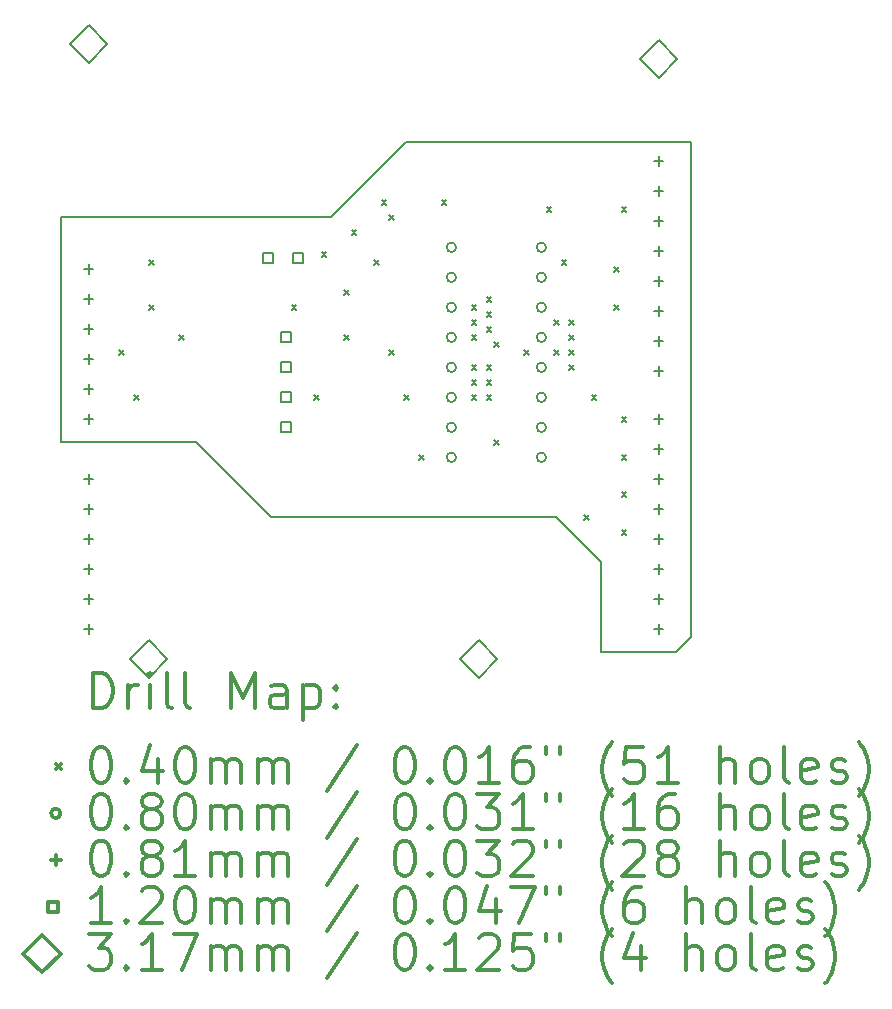
<source format=gbr>
%FSLAX45Y45*%
G04 Gerber Fmt 4.5, Leading zero omitted, Abs format (unit mm)*
G04 Created by KiCad (PCBNEW 4.0.6) date Wed Jun 28 23:40:58 2017*
%MOMM*%
%LPD*%
G01*
G04 APERTURE LIST*
%ADD10C,0.127000*%
%ADD11C,0.150000*%
%ADD12C,0.200000*%
%ADD13C,0.300000*%
G04 APERTURE END LIST*
D10*
D11*
X15494000Y-8255000D02*
X15494000Y-10160000D01*
X17780000Y-8255000D02*
X15494000Y-8255000D01*
X18415000Y-7620000D02*
X17780000Y-8255000D01*
X20828000Y-7620000D02*
X18415000Y-7620000D01*
X20828000Y-11811000D02*
X20828000Y-7620000D01*
X20701000Y-11938000D02*
X20828000Y-11811000D01*
X20066000Y-11938000D02*
X20701000Y-11938000D01*
X20066000Y-11176000D02*
X20066000Y-11938000D01*
X19685000Y-10795000D02*
X20066000Y-11176000D01*
X17272000Y-10795000D02*
X19685000Y-10795000D01*
X16637000Y-10160000D02*
X17272000Y-10795000D01*
X15494000Y-10160000D02*
X16637000Y-10160000D01*
D12*
X15982000Y-9378000D02*
X16022000Y-9418000D01*
X16022000Y-9378000D02*
X15982000Y-9418000D01*
X16109000Y-9759000D02*
X16149000Y-9799000D01*
X16149000Y-9759000D02*
X16109000Y-9799000D01*
X16236000Y-8616000D02*
X16276000Y-8656000D01*
X16276000Y-8616000D02*
X16236000Y-8656000D01*
X16236000Y-8997000D02*
X16276000Y-9037000D01*
X16276000Y-8997000D02*
X16236000Y-9037000D01*
X16490000Y-9251000D02*
X16530000Y-9291000D01*
X16530000Y-9251000D02*
X16490000Y-9291000D01*
X17442500Y-8997000D02*
X17482500Y-9037000D01*
X17482500Y-8997000D02*
X17442500Y-9037000D01*
X17633000Y-9759000D02*
X17673000Y-9799000D01*
X17673000Y-9759000D02*
X17633000Y-9799000D01*
X17696500Y-8552500D02*
X17736500Y-8592500D01*
X17736500Y-8552500D02*
X17696500Y-8592500D01*
X17887000Y-8870000D02*
X17927000Y-8910000D01*
X17927000Y-8870000D02*
X17887000Y-8910000D01*
X17887000Y-9251000D02*
X17927000Y-9291000D01*
X17927000Y-9251000D02*
X17887000Y-9291000D01*
X17950500Y-8362000D02*
X17990500Y-8402000D01*
X17990500Y-8362000D02*
X17950500Y-8402000D01*
X18141000Y-8616000D02*
X18181000Y-8656000D01*
X18181000Y-8616000D02*
X18141000Y-8656000D01*
X18204500Y-8108000D02*
X18244500Y-8148000D01*
X18244500Y-8108000D02*
X18204500Y-8148000D01*
X18268000Y-8235000D02*
X18308000Y-8275000D01*
X18308000Y-8235000D02*
X18268000Y-8275000D01*
X18268000Y-9378000D02*
X18308000Y-9418000D01*
X18308000Y-9378000D02*
X18268000Y-9418000D01*
X18395000Y-9759000D02*
X18435000Y-9799000D01*
X18435000Y-9759000D02*
X18395000Y-9799000D01*
X18522000Y-10267000D02*
X18562000Y-10307000D01*
X18562000Y-10267000D02*
X18522000Y-10307000D01*
X18712500Y-8108000D02*
X18752500Y-8148000D01*
X18752500Y-8108000D02*
X18712500Y-8148000D01*
X18966500Y-8997000D02*
X19006500Y-9037000D01*
X19006500Y-8997000D02*
X18966500Y-9037000D01*
X18966500Y-9124000D02*
X19006500Y-9164000D01*
X19006500Y-9124000D02*
X18966500Y-9164000D01*
X18966500Y-9251000D02*
X19006500Y-9291000D01*
X19006500Y-9251000D02*
X18966500Y-9291000D01*
X18966500Y-9505000D02*
X19006500Y-9545000D01*
X19006500Y-9505000D02*
X18966500Y-9545000D01*
X18966500Y-9632000D02*
X19006500Y-9672000D01*
X19006500Y-9632000D02*
X18966500Y-9672000D01*
X18966500Y-9759000D02*
X19006500Y-9799000D01*
X19006500Y-9759000D02*
X18966500Y-9799000D01*
X19093500Y-8933500D02*
X19133500Y-8973500D01*
X19133500Y-8933500D02*
X19093500Y-8973500D01*
X19093500Y-9060500D02*
X19133500Y-9100500D01*
X19133500Y-9060500D02*
X19093500Y-9100500D01*
X19093500Y-9187500D02*
X19133500Y-9227500D01*
X19133500Y-9187500D02*
X19093500Y-9227500D01*
X19093500Y-9505000D02*
X19133500Y-9545000D01*
X19133500Y-9505000D02*
X19093500Y-9545000D01*
X19093500Y-9632000D02*
X19133500Y-9672000D01*
X19133500Y-9632000D02*
X19093500Y-9672000D01*
X19093500Y-9759000D02*
X19133500Y-9799000D01*
X19133500Y-9759000D02*
X19093500Y-9799000D01*
X19157000Y-9314500D02*
X19197000Y-9354500D01*
X19197000Y-9314500D02*
X19157000Y-9354500D01*
X19157000Y-10140000D02*
X19197000Y-10180000D01*
X19197000Y-10140000D02*
X19157000Y-10180000D01*
X19411000Y-9378000D02*
X19451000Y-9418000D01*
X19451000Y-9378000D02*
X19411000Y-9418000D01*
X19601500Y-8171500D02*
X19641500Y-8211500D01*
X19641500Y-8171500D02*
X19601500Y-8211500D01*
X19665000Y-9124000D02*
X19705000Y-9164000D01*
X19705000Y-9124000D02*
X19665000Y-9164000D01*
X19665000Y-9378000D02*
X19705000Y-9418000D01*
X19705000Y-9378000D02*
X19665000Y-9418000D01*
X19728500Y-8616000D02*
X19768500Y-8656000D01*
X19768500Y-8616000D02*
X19728500Y-8656000D01*
X19792000Y-9124000D02*
X19832000Y-9164000D01*
X19832000Y-9124000D02*
X19792000Y-9164000D01*
X19792000Y-9251000D02*
X19832000Y-9291000D01*
X19832000Y-9251000D02*
X19792000Y-9291000D01*
X19792000Y-9378000D02*
X19832000Y-9418000D01*
X19832000Y-9378000D02*
X19792000Y-9418000D01*
X19792000Y-9505000D02*
X19832000Y-9545000D01*
X19832000Y-9505000D02*
X19792000Y-9545000D01*
X19919000Y-10775000D02*
X19959000Y-10815000D01*
X19959000Y-10775000D02*
X19919000Y-10815000D01*
X19982500Y-9759000D02*
X20022500Y-9799000D01*
X20022500Y-9759000D02*
X19982500Y-9799000D01*
X19982500Y-9759000D02*
X20022500Y-9799000D01*
X20022500Y-9759000D02*
X19982500Y-9799000D01*
X20173000Y-8679500D02*
X20213000Y-8719500D01*
X20213000Y-8679500D02*
X20173000Y-8719500D01*
X20173000Y-8997000D02*
X20213000Y-9037000D01*
X20213000Y-8997000D02*
X20173000Y-9037000D01*
X20236500Y-8171500D02*
X20276500Y-8211500D01*
X20276500Y-8171500D02*
X20236500Y-8211500D01*
X20236500Y-9949500D02*
X20276500Y-9989500D01*
X20276500Y-9949500D02*
X20236500Y-9989500D01*
X20236500Y-10267000D02*
X20276500Y-10307000D01*
X20276500Y-10267000D02*
X20236500Y-10307000D01*
X20236500Y-10584500D02*
X20276500Y-10624500D01*
X20276500Y-10584500D02*
X20236500Y-10624500D01*
X20236500Y-10902000D02*
X20276500Y-10942000D01*
X20276500Y-10902000D02*
X20236500Y-10942000D01*
X18836000Y-8509000D02*
G75*
G03X18836000Y-8509000I-40000J0D01*
G01*
X18836000Y-8763000D02*
G75*
G03X18836000Y-8763000I-40000J0D01*
G01*
X18836000Y-9017000D02*
G75*
G03X18836000Y-9017000I-40000J0D01*
G01*
X18836000Y-9271000D02*
G75*
G03X18836000Y-9271000I-40000J0D01*
G01*
X18836000Y-9525000D02*
G75*
G03X18836000Y-9525000I-40000J0D01*
G01*
X18836000Y-9779000D02*
G75*
G03X18836000Y-9779000I-40000J0D01*
G01*
X18836000Y-10033000D02*
G75*
G03X18836000Y-10033000I-40000J0D01*
G01*
X18836000Y-10287000D02*
G75*
G03X18836000Y-10287000I-40000J0D01*
G01*
X19598000Y-8509000D02*
G75*
G03X19598000Y-8509000I-40000J0D01*
G01*
X19598000Y-8763000D02*
G75*
G03X19598000Y-8763000I-40000J0D01*
G01*
X19598000Y-9017000D02*
G75*
G03X19598000Y-9017000I-40000J0D01*
G01*
X19598000Y-9271000D02*
G75*
G03X19598000Y-9271000I-40000J0D01*
G01*
X19598000Y-9525000D02*
G75*
G03X19598000Y-9525000I-40000J0D01*
G01*
X19598000Y-9779000D02*
G75*
G03X19598000Y-9779000I-40000J0D01*
G01*
X19598000Y-10033000D02*
G75*
G03X19598000Y-10033000I-40000J0D01*
G01*
X19598000Y-10287000D02*
G75*
G03X19598000Y-10287000I-40000J0D01*
G01*
X15725140Y-8649970D02*
X15725140Y-8731250D01*
X15684500Y-8690610D02*
X15765780Y-8690610D01*
X15725140Y-8903970D02*
X15725140Y-8985250D01*
X15684500Y-8944610D02*
X15765780Y-8944610D01*
X15725140Y-9157970D02*
X15725140Y-9239250D01*
X15684500Y-9198610D02*
X15765780Y-9198610D01*
X15725140Y-9411970D02*
X15725140Y-9493250D01*
X15684500Y-9452610D02*
X15765780Y-9452610D01*
X15725140Y-9665970D02*
X15725140Y-9747250D01*
X15684500Y-9706610D02*
X15765780Y-9706610D01*
X15725140Y-9919970D02*
X15725140Y-10001250D01*
X15684500Y-9960610D02*
X15765780Y-9960610D01*
X15725140Y-10427970D02*
X15725140Y-10509250D01*
X15684500Y-10468610D02*
X15765780Y-10468610D01*
X15725140Y-10681970D02*
X15725140Y-10763250D01*
X15684500Y-10722610D02*
X15765780Y-10722610D01*
X15725140Y-10935970D02*
X15725140Y-11017250D01*
X15684500Y-10976610D02*
X15765780Y-10976610D01*
X15725140Y-11189970D02*
X15725140Y-11271250D01*
X15684500Y-11230610D02*
X15765780Y-11230610D01*
X15725140Y-11443970D02*
X15725140Y-11525250D01*
X15684500Y-11484610D02*
X15765780Y-11484610D01*
X15725140Y-11697970D02*
X15725140Y-11779250D01*
X15684500Y-11738610D02*
X15765780Y-11738610D01*
X20551140Y-7735570D02*
X20551140Y-7816850D01*
X20510500Y-7776210D02*
X20591780Y-7776210D01*
X20551140Y-7989570D02*
X20551140Y-8070850D01*
X20510500Y-8030210D02*
X20591780Y-8030210D01*
X20551140Y-8243570D02*
X20551140Y-8324850D01*
X20510500Y-8284210D02*
X20591780Y-8284210D01*
X20551140Y-8497570D02*
X20551140Y-8578850D01*
X20510500Y-8538210D02*
X20591780Y-8538210D01*
X20551140Y-8751570D02*
X20551140Y-8832850D01*
X20510500Y-8792210D02*
X20591780Y-8792210D01*
X20551140Y-9005570D02*
X20551140Y-9086850D01*
X20510500Y-9046210D02*
X20591780Y-9046210D01*
X20551140Y-9259570D02*
X20551140Y-9340850D01*
X20510500Y-9300210D02*
X20591780Y-9300210D01*
X20551140Y-9513570D02*
X20551140Y-9594850D01*
X20510500Y-9554210D02*
X20591780Y-9554210D01*
X20551140Y-9919970D02*
X20551140Y-10001250D01*
X20510500Y-9960610D02*
X20591780Y-9960610D01*
X20551140Y-10173970D02*
X20551140Y-10255250D01*
X20510500Y-10214610D02*
X20591780Y-10214610D01*
X20551140Y-10427970D02*
X20551140Y-10509250D01*
X20510500Y-10468610D02*
X20591780Y-10468610D01*
X20551140Y-10681970D02*
X20551140Y-10763250D01*
X20510500Y-10722610D02*
X20591780Y-10722610D01*
X20551140Y-10935970D02*
X20551140Y-11017250D01*
X20510500Y-10976610D02*
X20591780Y-10976610D01*
X20551140Y-11189970D02*
X20551140Y-11271250D01*
X20510500Y-11230610D02*
X20591780Y-11230610D01*
X20551140Y-11443970D02*
X20551140Y-11525250D01*
X20510500Y-11484610D02*
X20591780Y-11484610D01*
X20551140Y-11697970D02*
X20551140Y-11779250D01*
X20510500Y-11738610D02*
X20591780Y-11738610D01*
X17289027Y-8640327D02*
X17289027Y-8555473D01*
X17204173Y-8555473D01*
X17204173Y-8640327D01*
X17289027Y-8640327D01*
X17441427Y-9313427D02*
X17441427Y-9228573D01*
X17356573Y-9228573D01*
X17356573Y-9313427D01*
X17441427Y-9313427D01*
X17441427Y-9567427D02*
X17441427Y-9482573D01*
X17356573Y-9482573D01*
X17356573Y-9567427D01*
X17441427Y-9567427D01*
X17441427Y-9821427D02*
X17441427Y-9736573D01*
X17356573Y-9736573D01*
X17356573Y-9821427D01*
X17441427Y-9821427D01*
X17441427Y-10075427D02*
X17441427Y-9990573D01*
X17356573Y-9990573D01*
X17356573Y-10075427D01*
X17441427Y-10075427D01*
X17543027Y-8640327D02*
X17543027Y-8555473D01*
X17458173Y-8555473D01*
X17458173Y-8640327D01*
X17543027Y-8640327D01*
X15725140Y-6944360D02*
X15883890Y-6785610D01*
X15725140Y-6626860D01*
X15566390Y-6785610D01*
X15725140Y-6944360D01*
X16233140Y-12151360D02*
X16391890Y-11992610D01*
X16233140Y-11833860D01*
X16074390Y-11992610D01*
X16233140Y-12151360D01*
X19027140Y-12151360D02*
X19185890Y-11992610D01*
X19027140Y-11833860D01*
X18868390Y-11992610D01*
X19027140Y-12151360D01*
X20551140Y-7071360D02*
X20709890Y-6912610D01*
X20551140Y-6753860D01*
X20392390Y-6912610D01*
X20551140Y-7071360D01*
D13*
X15757928Y-12411214D02*
X15757928Y-12111214D01*
X15829357Y-12111214D01*
X15872214Y-12125500D01*
X15900786Y-12154071D01*
X15915071Y-12182643D01*
X15929357Y-12239786D01*
X15929357Y-12282643D01*
X15915071Y-12339786D01*
X15900786Y-12368357D01*
X15872214Y-12396929D01*
X15829357Y-12411214D01*
X15757928Y-12411214D01*
X16057928Y-12411214D02*
X16057928Y-12211214D01*
X16057928Y-12268357D02*
X16072214Y-12239786D01*
X16086500Y-12225500D01*
X16115071Y-12211214D01*
X16143643Y-12211214D01*
X16243643Y-12411214D02*
X16243643Y-12211214D01*
X16243643Y-12111214D02*
X16229357Y-12125500D01*
X16243643Y-12139786D01*
X16257928Y-12125500D01*
X16243643Y-12111214D01*
X16243643Y-12139786D01*
X16429357Y-12411214D02*
X16400786Y-12396929D01*
X16386500Y-12368357D01*
X16386500Y-12111214D01*
X16586500Y-12411214D02*
X16557928Y-12396929D01*
X16543643Y-12368357D01*
X16543643Y-12111214D01*
X16929357Y-12411214D02*
X16929357Y-12111214D01*
X17029357Y-12325500D01*
X17129357Y-12111214D01*
X17129357Y-12411214D01*
X17400786Y-12411214D02*
X17400786Y-12254071D01*
X17386500Y-12225500D01*
X17357929Y-12211214D01*
X17300786Y-12211214D01*
X17272214Y-12225500D01*
X17400786Y-12396929D02*
X17372214Y-12411214D01*
X17300786Y-12411214D01*
X17272214Y-12396929D01*
X17257929Y-12368357D01*
X17257929Y-12339786D01*
X17272214Y-12311214D01*
X17300786Y-12296929D01*
X17372214Y-12296929D01*
X17400786Y-12282643D01*
X17543643Y-12211214D02*
X17543643Y-12511214D01*
X17543643Y-12225500D02*
X17572214Y-12211214D01*
X17629357Y-12211214D01*
X17657929Y-12225500D01*
X17672214Y-12239786D01*
X17686500Y-12268357D01*
X17686500Y-12354071D01*
X17672214Y-12382643D01*
X17657929Y-12396929D01*
X17629357Y-12411214D01*
X17572214Y-12411214D01*
X17543643Y-12396929D01*
X17815071Y-12382643D02*
X17829357Y-12396929D01*
X17815071Y-12411214D01*
X17800786Y-12396929D01*
X17815071Y-12382643D01*
X17815071Y-12411214D01*
X17815071Y-12225500D02*
X17829357Y-12239786D01*
X17815071Y-12254071D01*
X17800786Y-12239786D01*
X17815071Y-12225500D01*
X17815071Y-12254071D01*
X15446500Y-12885500D02*
X15486500Y-12925500D01*
X15486500Y-12885500D02*
X15446500Y-12925500D01*
X15815071Y-12741214D02*
X15843643Y-12741214D01*
X15872214Y-12755500D01*
X15886500Y-12769786D01*
X15900786Y-12798357D01*
X15915071Y-12855500D01*
X15915071Y-12926929D01*
X15900786Y-12984071D01*
X15886500Y-13012643D01*
X15872214Y-13026929D01*
X15843643Y-13041214D01*
X15815071Y-13041214D01*
X15786500Y-13026929D01*
X15772214Y-13012643D01*
X15757928Y-12984071D01*
X15743643Y-12926929D01*
X15743643Y-12855500D01*
X15757928Y-12798357D01*
X15772214Y-12769786D01*
X15786500Y-12755500D01*
X15815071Y-12741214D01*
X16043643Y-13012643D02*
X16057928Y-13026929D01*
X16043643Y-13041214D01*
X16029357Y-13026929D01*
X16043643Y-13012643D01*
X16043643Y-13041214D01*
X16315071Y-12841214D02*
X16315071Y-13041214D01*
X16243643Y-12726929D02*
X16172214Y-12941214D01*
X16357928Y-12941214D01*
X16529357Y-12741214D02*
X16557928Y-12741214D01*
X16586500Y-12755500D01*
X16600786Y-12769786D01*
X16615071Y-12798357D01*
X16629357Y-12855500D01*
X16629357Y-12926929D01*
X16615071Y-12984071D01*
X16600786Y-13012643D01*
X16586500Y-13026929D01*
X16557928Y-13041214D01*
X16529357Y-13041214D01*
X16500786Y-13026929D01*
X16486500Y-13012643D01*
X16472214Y-12984071D01*
X16457928Y-12926929D01*
X16457928Y-12855500D01*
X16472214Y-12798357D01*
X16486500Y-12769786D01*
X16500786Y-12755500D01*
X16529357Y-12741214D01*
X16757928Y-13041214D02*
X16757928Y-12841214D01*
X16757928Y-12869786D02*
X16772214Y-12855500D01*
X16800786Y-12841214D01*
X16843643Y-12841214D01*
X16872214Y-12855500D01*
X16886500Y-12884071D01*
X16886500Y-13041214D01*
X16886500Y-12884071D02*
X16900786Y-12855500D01*
X16929357Y-12841214D01*
X16972214Y-12841214D01*
X17000786Y-12855500D01*
X17015071Y-12884071D01*
X17015071Y-13041214D01*
X17157929Y-13041214D02*
X17157929Y-12841214D01*
X17157929Y-12869786D02*
X17172214Y-12855500D01*
X17200786Y-12841214D01*
X17243643Y-12841214D01*
X17272214Y-12855500D01*
X17286500Y-12884071D01*
X17286500Y-13041214D01*
X17286500Y-12884071D02*
X17300786Y-12855500D01*
X17329357Y-12841214D01*
X17372214Y-12841214D01*
X17400786Y-12855500D01*
X17415071Y-12884071D01*
X17415071Y-13041214D01*
X18000786Y-12726929D02*
X17743643Y-13112643D01*
X18386500Y-12741214D02*
X18415071Y-12741214D01*
X18443643Y-12755500D01*
X18457928Y-12769786D01*
X18472214Y-12798357D01*
X18486500Y-12855500D01*
X18486500Y-12926929D01*
X18472214Y-12984071D01*
X18457928Y-13012643D01*
X18443643Y-13026929D01*
X18415071Y-13041214D01*
X18386500Y-13041214D01*
X18357928Y-13026929D01*
X18343643Y-13012643D01*
X18329357Y-12984071D01*
X18315071Y-12926929D01*
X18315071Y-12855500D01*
X18329357Y-12798357D01*
X18343643Y-12769786D01*
X18357928Y-12755500D01*
X18386500Y-12741214D01*
X18615071Y-13012643D02*
X18629357Y-13026929D01*
X18615071Y-13041214D01*
X18600786Y-13026929D01*
X18615071Y-13012643D01*
X18615071Y-13041214D01*
X18815071Y-12741214D02*
X18843643Y-12741214D01*
X18872214Y-12755500D01*
X18886500Y-12769786D01*
X18900786Y-12798357D01*
X18915071Y-12855500D01*
X18915071Y-12926929D01*
X18900786Y-12984071D01*
X18886500Y-13012643D01*
X18872214Y-13026929D01*
X18843643Y-13041214D01*
X18815071Y-13041214D01*
X18786500Y-13026929D01*
X18772214Y-13012643D01*
X18757928Y-12984071D01*
X18743643Y-12926929D01*
X18743643Y-12855500D01*
X18757928Y-12798357D01*
X18772214Y-12769786D01*
X18786500Y-12755500D01*
X18815071Y-12741214D01*
X19200786Y-13041214D02*
X19029357Y-13041214D01*
X19115071Y-13041214D02*
X19115071Y-12741214D01*
X19086500Y-12784071D01*
X19057928Y-12812643D01*
X19029357Y-12826929D01*
X19457928Y-12741214D02*
X19400786Y-12741214D01*
X19372214Y-12755500D01*
X19357928Y-12769786D01*
X19329357Y-12812643D01*
X19315071Y-12869786D01*
X19315071Y-12984071D01*
X19329357Y-13012643D01*
X19343643Y-13026929D01*
X19372214Y-13041214D01*
X19429357Y-13041214D01*
X19457928Y-13026929D01*
X19472214Y-13012643D01*
X19486500Y-12984071D01*
X19486500Y-12912643D01*
X19472214Y-12884071D01*
X19457928Y-12869786D01*
X19429357Y-12855500D01*
X19372214Y-12855500D01*
X19343643Y-12869786D01*
X19329357Y-12884071D01*
X19315071Y-12912643D01*
X19600786Y-12741214D02*
X19600786Y-12798357D01*
X19715071Y-12741214D02*
X19715071Y-12798357D01*
X20157928Y-13155500D02*
X20143643Y-13141214D01*
X20115071Y-13098357D01*
X20100786Y-13069786D01*
X20086500Y-13026929D01*
X20072214Y-12955500D01*
X20072214Y-12898357D01*
X20086500Y-12826929D01*
X20100786Y-12784071D01*
X20115071Y-12755500D01*
X20143643Y-12712643D01*
X20157928Y-12698357D01*
X20415071Y-12741214D02*
X20272214Y-12741214D01*
X20257928Y-12884071D01*
X20272214Y-12869786D01*
X20300786Y-12855500D01*
X20372214Y-12855500D01*
X20400786Y-12869786D01*
X20415071Y-12884071D01*
X20429357Y-12912643D01*
X20429357Y-12984071D01*
X20415071Y-13012643D01*
X20400786Y-13026929D01*
X20372214Y-13041214D01*
X20300786Y-13041214D01*
X20272214Y-13026929D01*
X20257928Y-13012643D01*
X20715071Y-13041214D02*
X20543643Y-13041214D01*
X20629357Y-13041214D02*
X20629357Y-12741214D01*
X20600786Y-12784071D01*
X20572214Y-12812643D01*
X20543643Y-12826929D01*
X21072214Y-13041214D02*
X21072214Y-12741214D01*
X21200786Y-13041214D02*
X21200786Y-12884071D01*
X21186500Y-12855500D01*
X21157928Y-12841214D01*
X21115071Y-12841214D01*
X21086500Y-12855500D01*
X21072214Y-12869786D01*
X21386500Y-13041214D02*
X21357928Y-13026929D01*
X21343643Y-13012643D01*
X21329357Y-12984071D01*
X21329357Y-12898357D01*
X21343643Y-12869786D01*
X21357928Y-12855500D01*
X21386500Y-12841214D01*
X21429357Y-12841214D01*
X21457928Y-12855500D01*
X21472214Y-12869786D01*
X21486500Y-12898357D01*
X21486500Y-12984071D01*
X21472214Y-13012643D01*
X21457928Y-13026929D01*
X21429357Y-13041214D01*
X21386500Y-13041214D01*
X21657928Y-13041214D02*
X21629357Y-13026929D01*
X21615071Y-12998357D01*
X21615071Y-12741214D01*
X21886500Y-13026929D02*
X21857929Y-13041214D01*
X21800786Y-13041214D01*
X21772214Y-13026929D01*
X21757929Y-12998357D01*
X21757929Y-12884071D01*
X21772214Y-12855500D01*
X21800786Y-12841214D01*
X21857929Y-12841214D01*
X21886500Y-12855500D01*
X21900786Y-12884071D01*
X21900786Y-12912643D01*
X21757929Y-12941214D01*
X22015071Y-13026929D02*
X22043643Y-13041214D01*
X22100786Y-13041214D01*
X22129357Y-13026929D01*
X22143643Y-12998357D01*
X22143643Y-12984071D01*
X22129357Y-12955500D01*
X22100786Y-12941214D01*
X22057929Y-12941214D01*
X22029357Y-12926929D01*
X22015071Y-12898357D01*
X22015071Y-12884071D01*
X22029357Y-12855500D01*
X22057929Y-12841214D01*
X22100786Y-12841214D01*
X22129357Y-12855500D01*
X22243643Y-13155500D02*
X22257929Y-13141214D01*
X22286500Y-13098357D01*
X22300786Y-13069786D01*
X22315071Y-13026929D01*
X22329357Y-12955500D01*
X22329357Y-12898357D01*
X22315071Y-12826929D01*
X22300786Y-12784071D01*
X22286500Y-12755500D01*
X22257929Y-12712643D01*
X22243643Y-12698357D01*
X15486500Y-13301500D02*
G75*
G03X15486500Y-13301500I-40000J0D01*
G01*
X15815071Y-13137214D02*
X15843643Y-13137214D01*
X15872214Y-13151500D01*
X15886500Y-13165786D01*
X15900786Y-13194357D01*
X15915071Y-13251500D01*
X15915071Y-13322929D01*
X15900786Y-13380071D01*
X15886500Y-13408643D01*
X15872214Y-13422929D01*
X15843643Y-13437214D01*
X15815071Y-13437214D01*
X15786500Y-13422929D01*
X15772214Y-13408643D01*
X15757928Y-13380071D01*
X15743643Y-13322929D01*
X15743643Y-13251500D01*
X15757928Y-13194357D01*
X15772214Y-13165786D01*
X15786500Y-13151500D01*
X15815071Y-13137214D01*
X16043643Y-13408643D02*
X16057928Y-13422929D01*
X16043643Y-13437214D01*
X16029357Y-13422929D01*
X16043643Y-13408643D01*
X16043643Y-13437214D01*
X16229357Y-13265786D02*
X16200786Y-13251500D01*
X16186500Y-13237214D01*
X16172214Y-13208643D01*
X16172214Y-13194357D01*
X16186500Y-13165786D01*
X16200786Y-13151500D01*
X16229357Y-13137214D01*
X16286500Y-13137214D01*
X16315071Y-13151500D01*
X16329357Y-13165786D01*
X16343643Y-13194357D01*
X16343643Y-13208643D01*
X16329357Y-13237214D01*
X16315071Y-13251500D01*
X16286500Y-13265786D01*
X16229357Y-13265786D01*
X16200786Y-13280071D01*
X16186500Y-13294357D01*
X16172214Y-13322929D01*
X16172214Y-13380071D01*
X16186500Y-13408643D01*
X16200786Y-13422929D01*
X16229357Y-13437214D01*
X16286500Y-13437214D01*
X16315071Y-13422929D01*
X16329357Y-13408643D01*
X16343643Y-13380071D01*
X16343643Y-13322929D01*
X16329357Y-13294357D01*
X16315071Y-13280071D01*
X16286500Y-13265786D01*
X16529357Y-13137214D02*
X16557928Y-13137214D01*
X16586500Y-13151500D01*
X16600786Y-13165786D01*
X16615071Y-13194357D01*
X16629357Y-13251500D01*
X16629357Y-13322929D01*
X16615071Y-13380071D01*
X16600786Y-13408643D01*
X16586500Y-13422929D01*
X16557928Y-13437214D01*
X16529357Y-13437214D01*
X16500786Y-13422929D01*
X16486500Y-13408643D01*
X16472214Y-13380071D01*
X16457928Y-13322929D01*
X16457928Y-13251500D01*
X16472214Y-13194357D01*
X16486500Y-13165786D01*
X16500786Y-13151500D01*
X16529357Y-13137214D01*
X16757928Y-13437214D02*
X16757928Y-13237214D01*
X16757928Y-13265786D02*
X16772214Y-13251500D01*
X16800786Y-13237214D01*
X16843643Y-13237214D01*
X16872214Y-13251500D01*
X16886500Y-13280071D01*
X16886500Y-13437214D01*
X16886500Y-13280071D02*
X16900786Y-13251500D01*
X16929357Y-13237214D01*
X16972214Y-13237214D01*
X17000786Y-13251500D01*
X17015071Y-13280071D01*
X17015071Y-13437214D01*
X17157929Y-13437214D02*
X17157929Y-13237214D01*
X17157929Y-13265786D02*
X17172214Y-13251500D01*
X17200786Y-13237214D01*
X17243643Y-13237214D01*
X17272214Y-13251500D01*
X17286500Y-13280071D01*
X17286500Y-13437214D01*
X17286500Y-13280071D02*
X17300786Y-13251500D01*
X17329357Y-13237214D01*
X17372214Y-13237214D01*
X17400786Y-13251500D01*
X17415071Y-13280071D01*
X17415071Y-13437214D01*
X18000786Y-13122929D02*
X17743643Y-13508643D01*
X18386500Y-13137214D02*
X18415071Y-13137214D01*
X18443643Y-13151500D01*
X18457928Y-13165786D01*
X18472214Y-13194357D01*
X18486500Y-13251500D01*
X18486500Y-13322929D01*
X18472214Y-13380071D01*
X18457928Y-13408643D01*
X18443643Y-13422929D01*
X18415071Y-13437214D01*
X18386500Y-13437214D01*
X18357928Y-13422929D01*
X18343643Y-13408643D01*
X18329357Y-13380071D01*
X18315071Y-13322929D01*
X18315071Y-13251500D01*
X18329357Y-13194357D01*
X18343643Y-13165786D01*
X18357928Y-13151500D01*
X18386500Y-13137214D01*
X18615071Y-13408643D02*
X18629357Y-13422929D01*
X18615071Y-13437214D01*
X18600786Y-13422929D01*
X18615071Y-13408643D01*
X18615071Y-13437214D01*
X18815071Y-13137214D02*
X18843643Y-13137214D01*
X18872214Y-13151500D01*
X18886500Y-13165786D01*
X18900786Y-13194357D01*
X18915071Y-13251500D01*
X18915071Y-13322929D01*
X18900786Y-13380071D01*
X18886500Y-13408643D01*
X18872214Y-13422929D01*
X18843643Y-13437214D01*
X18815071Y-13437214D01*
X18786500Y-13422929D01*
X18772214Y-13408643D01*
X18757928Y-13380071D01*
X18743643Y-13322929D01*
X18743643Y-13251500D01*
X18757928Y-13194357D01*
X18772214Y-13165786D01*
X18786500Y-13151500D01*
X18815071Y-13137214D01*
X19015071Y-13137214D02*
X19200786Y-13137214D01*
X19100786Y-13251500D01*
X19143643Y-13251500D01*
X19172214Y-13265786D01*
X19186500Y-13280071D01*
X19200786Y-13308643D01*
X19200786Y-13380071D01*
X19186500Y-13408643D01*
X19172214Y-13422929D01*
X19143643Y-13437214D01*
X19057928Y-13437214D01*
X19029357Y-13422929D01*
X19015071Y-13408643D01*
X19486500Y-13437214D02*
X19315071Y-13437214D01*
X19400786Y-13437214D02*
X19400786Y-13137214D01*
X19372214Y-13180071D01*
X19343643Y-13208643D01*
X19315071Y-13222929D01*
X19600786Y-13137214D02*
X19600786Y-13194357D01*
X19715071Y-13137214D02*
X19715071Y-13194357D01*
X20157928Y-13551500D02*
X20143643Y-13537214D01*
X20115071Y-13494357D01*
X20100786Y-13465786D01*
X20086500Y-13422929D01*
X20072214Y-13351500D01*
X20072214Y-13294357D01*
X20086500Y-13222929D01*
X20100786Y-13180071D01*
X20115071Y-13151500D01*
X20143643Y-13108643D01*
X20157928Y-13094357D01*
X20429357Y-13437214D02*
X20257928Y-13437214D01*
X20343643Y-13437214D02*
X20343643Y-13137214D01*
X20315071Y-13180071D01*
X20286500Y-13208643D01*
X20257928Y-13222929D01*
X20686500Y-13137214D02*
X20629357Y-13137214D01*
X20600786Y-13151500D01*
X20586500Y-13165786D01*
X20557928Y-13208643D01*
X20543643Y-13265786D01*
X20543643Y-13380071D01*
X20557928Y-13408643D01*
X20572214Y-13422929D01*
X20600786Y-13437214D01*
X20657928Y-13437214D01*
X20686500Y-13422929D01*
X20700786Y-13408643D01*
X20715071Y-13380071D01*
X20715071Y-13308643D01*
X20700786Y-13280071D01*
X20686500Y-13265786D01*
X20657928Y-13251500D01*
X20600786Y-13251500D01*
X20572214Y-13265786D01*
X20557928Y-13280071D01*
X20543643Y-13308643D01*
X21072214Y-13437214D02*
X21072214Y-13137214D01*
X21200786Y-13437214D02*
X21200786Y-13280071D01*
X21186500Y-13251500D01*
X21157928Y-13237214D01*
X21115071Y-13237214D01*
X21086500Y-13251500D01*
X21072214Y-13265786D01*
X21386500Y-13437214D02*
X21357928Y-13422929D01*
X21343643Y-13408643D01*
X21329357Y-13380071D01*
X21329357Y-13294357D01*
X21343643Y-13265786D01*
X21357928Y-13251500D01*
X21386500Y-13237214D01*
X21429357Y-13237214D01*
X21457928Y-13251500D01*
X21472214Y-13265786D01*
X21486500Y-13294357D01*
X21486500Y-13380071D01*
X21472214Y-13408643D01*
X21457928Y-13422929D01*
X21429357Y-13437214D01*
X21386500Y-13437214D01*
X21657928Y-13437214D02*
X21629357Y-13422929D01*
X21615071Y-13394357D01*
X21615071Y-13137214D01*
X21886500Y-13422929D02*
X21857929Y-13437214D01*
X21800786Y-13437214D01*
X21772214Y-13422929D01*
X21757929Y-13394357D01*
X21757929Y-13280071D01*
X21772214Y-13251500D01*
X21800786Y-13237214D01*
X21857929Y-13237214D01*
X21886500Y-13251500D01*
X21900786Y-13280071D01*
X21900786Y-13308643D01*
X21757929Y-13337214D01*
X22015071Y-13422929D02*
X22043643Y-13437214D01*
X22100786Y-13437214D01*
X22129357Y-13422929D01*
X22143643Y-13394357D01*
X22143643Y-13380071D01*
X22129357Y-13351500D01*
X22100786Y-13337214D01*
X22057929Y-13337214D01*
X22029357Y-13322929D01*
X22015071Y-13294357D01*
X22015071Y-13280071D01*
X22029357Y-13251500D01*
X22057929Y-13237214D01*
X22100786Y-13237214D01*
X22129357Y-13251500D01*
X22243643Y-13551500D02*
X22257929Y-13537214D01*
X22286500Y-13494357D01*
X22300786Y-13465786D01*
X22315071Y-13422929D01*
X22329357Y-13351500D01*
X22329357Y-13294357D01*
X22315071Y-13222929D01*
X22300786Y-13180071D01*
X22286500Y-13151500D01*
X22257929Y-13108643D01*
X22243643Y-13094357D01*
X15445860Y-13656860D02*
X15445860Y-13738140D01*
X15405220Y-13697500D02*
X15486500Y-13697500D01*
X15815071Y-13533214D02*
X15843643Y-13533214D01*
X15872214Y-13547500D01*
X15886500Y-13561786D01*
X15900786Y-13590357D01*
X15915071Y-13647500D01*
X15915071Y-13718929D01*
X15900786Y-13776071D01*
X15886500Y-13804643D01*
X15872214Y-13818929D01*
X15843643Y-13833214D01*
X15815071Y-13833214D01*
X15786500Y-13818929D01*
X15772214Y-13804643D01*
X15757928Y-13776071D01*
X15743643Y-13718929D01*
X15743643Y-13647500D01*
X15757928Y-13590357D01*
X15772214Y-13561786D01*
X15786500Y-13547500D01*
X15815071Y-13533214D01*
X16043643Y-13804643D02*
X16057928Y-13818929D01*
X16043643Y-13833214D01*
X16029357Y-13818929D01*
X16043643Y-13804643D01*
X16043643Y-13833214D01*
X16229357Y-13661786D02*
X16200786Y-13647500D01*
X16186500Y-13633214D01*
X16172214Y-13604643D01*
X16172214Y-13590357D01*
X16186500Y-13561786D01*
X16200786Y-13547500D01*
X16229357Y-13533214D01*
X16286500Y-13533214D01*
X16315071Y-13547500D01*
X16329357Y-13561786D01*
X16343643Y-13590357D01*
X16343643Y-13604643D01*
X16329357Y-13633214D01*
X16315071Y-13647500D01*
X16286500Y-13661786D01*
X16229357Y-13661786D01*
X16200786Y-13676071D01*
X16186500Y-13690357D01*
X16172214Y-13718929D01*
X16172214Y-13776071D01*
X16186500Y-13804643D01*
X16200786Y-13818929D01*
X16229357Y-13833214D01*
X16286500Y-13833214D01*
X16315071Y-13818929D01*
X16329357Y-13804643D01*
X16343643Y-13776071D01*
X16343643Y-13718929D01*
X16329357Y-13690357D01*
X16315071Y-13676071D01*
X16286500Y-13661786D01*
X16629357Y-13833214D02*
X16457928Y-13833214D01*
X16543643Y-13833214D02*
X16543643Y-13533214D01*
X16515071Y-13576071D01*
X16486500Y-13604643D01*
X16457928Y-13618929D01*
X16757928Y-13833214D02*
X16757928Y-13633214D01*
X16757928Y-13661786D02*
X16772214Y-13647500D01*
X16800786Y-13633214D01*
X16843643Y-13633214D01*
X16872214Y-13647500D01*
X16886500Y-13676071D01*
X16886500Y-13833214D01*
X16886500Y-13676071D02*
X16900786Y-13647500D01*
X16929357Y-13633214D01*
X16972214Y-13633214D01*
X17000786Y-13647500D01*
X17015071Y-13676071D01*
X17015071Y-13833214D01*
X17157929Y-13833214D02*
X17157929Y-13633214D01*
X17157929Y-13661786D02*
X17172214Y-13647500D01*
X17200786Y-13633214D01*
X17243643Y-13633214D01*
X17272214Y-13647500D01*
X17286500Y-13676071D01*
X17286500Y-13833214D01*
X17286500Y-13676071D02*
X17300786Y-13647500D01*
X17329357Y-13633214D01*
X17372214Y-13633214D01*
X17400786Y-13647500D01*
X17415071Y-13676071D01*
X17415071Y-13833214D01*
X18000786Y-13518929D02*
X17743643Y-13904643D01*
X18386500Y-13533214D02*
X18415071Y-13533214D01*
X18443643Y-13547500D01*
X18457928Y-13561786D01*
X18472214Y-13590357D01*
X18486500Y-13647500D01*
X18486500Y-13718929D01*
X18472214Y-13776071D01*
X18457928Y-13804643D01*
X18443643Y-13818929D01*
X18415071Y-13833214D01*
X18386500Y-13833214D01*
X18357928Y-13818929D01*
X18343643Y-13804643D01*
X18329357Y-13776071D01*
X18315071Y-13718929D01*
X18315071Y-13647500D01*
X18329357Y-13590357D01*
X18343643Y-13561786D01*
X18357928Y-13547500D01*
X18386500Y-13533214D01*
X18615071Y-13804643D02*
X18629357Y-13818929D01*
X18615071Y-13833214D01*
X18600786Y-13818929D01*
X18615071Y-13804643D01*
X18615071Y-13833214D01*
X18815071Y-13533214D02*
X18843643Y-13533214D01*
X18872214Y-13547500D01*
X18886500Y-13561786D01*
X18900786Y-13590357D01*
X18915071Y-13647500D01*
X18915071Y-13718929D01*
X18900786Y-13776071D01*
X18886500Y-13804643D01*
X18872214Y-13818929D01*
X18843643Y-13833214D01*
X18815071Y-13833214D01*
X18786500Y-13818929D01*
X18772214Y-13804643D01*
X18757928Y-13776071D01*
X18743643Y-13718929D01*
X18743643Y-13647500D01*
X18757928Y-13590357D01*
X18772214Y-13561786D01*
X18786500Y-13547500D01*
X18815071Y-13533214D01*
X19015071Y-13533214D02*
X19200786Y-13533214D01*
X19100786Y-13647500D01*
X19143643Y-13647500D01*
X19172214Y-13661786D01*
X19186500Y-13676071D01*
X19200786Y-13704643D01*
X19200786Y-13776071D01*
X19186500Y-13804643D01*
X19172214Y-13818929D01*
X19143643Y-13833214D01*
X19057928Y-13833214D01*
X19029357Y-13818929D01*
X19015071Y-13804643D01*
X19315071Y-13561786D02*
X19329357Y-13547500D01*
X19357928Y-13533214D01*
X19429357Y-13533214D01*
X19457928Y-13547500D01*
X19472214Y-13561786D01*
X19486500Y-13590357D01*
X19486500Y-13618929D01*
X19472214Y-13661786D01*
X19300786Y-13833214D01*
X19486500Y-13833214D01*
X19600786Y-13533214D02*
X19600786Y-13590357D01*
X19715071Y-13533214D02*
X19715071Y-13590357D01*
X20157928Y-13947500D02*
X20143643Y-13933214D01*
X20115071Y-13890357D01*
X20100786Y-13861786D01*
X20086500Y-13818929D01*
X20072214Y-13747500D01*
X20072214Y-13690357D01*
X20086500Y-13618929D01*
X20100786Y-13576071D01*
X20115071Y-13547500D01*
X20143643Y-13504643D01*
X20157928Y-13490357D01*
X20257928Y-13561786D02*
X20272214Y-13547500D01*
X20300786Y-13533214D01*
X20372214Y-13533214D01*
X20400786Y-13547500D01*
X20415071Y-13561786D01*
X20429357Y-13590357D01*
X20429357Y-13618929D01*
X20415071Y-13661786D01*
X20243643Y-13833214D01*
X20429357Y-13833214D01*
X20600786Y-13661786D02*
X20572214Y-13647500D01*
X20557928Y-13633214D01*
X20543643Y-13604643D01*
X20543643Y-13590357D01*
X20557928Y-13561786D01*
X20572214Y-13547500D01*
X20600786Y-13533214D01*
X20657928Y-13533214D01*
X20686500Y-13547500D01*
X20700786Y-13561786D01*
X20715071Y-13590357D01*
X20715071Y-13604643D01*
X20700786Y-13633214D01*
X20686500Y-13647500D01*
X20657928Y-13661786D01*
X20600786Y-13661786D01*
X20572214Y-13676071D01*
X20557928Y-13690357D01*
X20543643Y-13718929D01*
X20543643Y-13776071D01*
X20557928Y-13804643D01*
X20572214Y-13818929D01*
X20600786Y-13833214D01*
X20657928Y-13833214D01*
X20686500Y-13818929D01*
X20700786Y-13804643D01*
X20715071Y-13776071D01*
X20715071Y-13718929D01*
X20700786Y-13690357D01*
X20686500Y-13676071D01*
X20657928Y-13661786D01*
X21072214Y-13833214D02*
X21072214Y-13533214D01*
X21200786Y-13833214D02*
X21200786Y-13676071D01*
X21186500Y-13647500D01*
X21157928Y-13633214D01*
X21115071Y-13633214D01*
X21086500Y-13647500D01*
X21072214Y-13661786D01*
X21386500Y-13833214D02*
X21357928Y-13818929D01*
X21343643Y-13804643D01*
X21329357Y-13776071D01*
X21329357Y-13690357D01*
X21343643Y-13661786D01*
X21357928Y-13647500D01*
X21386500Y-13633214D01*
X21429357Y-13633214D01*
X21457928Y-13647500D01*
X21472214Y-13661786D01*
X21486500Y-13690357D01*
X21486500Y-13776071D01*
X21472214Y-13804643D01*
X21457928Y-13818929D01*
X21429357Y-13833214D01*
X21386500Y-13833214D01*
X21657928Y-13833214D02*
X21629357Y-13818929D01*
X21615071Y-13790357D01*
X21615071Y-13533214D01*
X21886500Y-13818929D02*
X21857929Y-13833214D01*
X21800786Y-13833214D01*
X21772214Y-13818929D01*
X21757929Y-13790357D01*
X21757929Y-13676071D01*
X21772214Y-13647500D01*
X21800786Y-13633214D01*
X21857929Y-13633214D01*
X21886500Y-13647500D01*
X21900786Y-13676071D01*
X21900786Y-13704643D01*
X21757929Y-13733214D01*
X22015071Y-13818929D02*
X22043643Y-13833214D01*
X22100786Y-13833214D01*
X22129357Y-13818929D01*
X22143643Y-13790357D01*
X22143643Y-13776071D01*
X22129357Y-13747500D01*
X22100786Y-13733214D01*
X22057929Y-13733214D01*
X22029357Y-13718929D01*
X22015071Y-13690357D01*
X22015071Y-13676071D01*
X22029357Y-13647500D01*
X22057929Y-13633214D01*
X22100786Y-13633214D01*
X22129357Y-13647500D01*
X22243643Y-13947500D02*
X22257929Y-13933214D01*
X22286500Y-13890357D01*
X22300786Y-13861786D01*
X22315071Y-13818929D01*
X22329357Y-13747500D01*
X22329357Y-13690357D01*
X22315071Y-13618929D01*
X22300786Y-13576071D01*
X22286500Y-13547500D01*
X22257929Y-13504643D01*
X22243643Y-13490357D01*
X15468927Y-14135927D02*
X15468927Y-14051073D01*
X15384073Y-14051073D01*
X15384073Y-14135927D01*
X15468927Y-14135927D01*
X15915071Y-14229214D02*
X15743643Y-14229214D01*
X15829357Y-14229214D02*
X15829357Y-13929214D01*
X15800786Y-13972071D01*
X15772214Y-14000643D01*
X15743643Y-14014929D01*
X16043643Y-14200643D02*
X16057928Y-14214929D01*
X16043643Y-14229214D01*
X16029357Y-14214929D01*
X16043643Y-14200643D01*
X16043643Y-14229214D01*
X16172214Y-13957786D02*
X16186500Y-13943500D01*
X16215071Y-13929214D01*
X16286500Y-13929214D01*
X16315071Y-13943500D01*
X16329357Y-13957786D01*
X16343643Y-13986357D01*
X16343643Y-14014929D01*
X16329357Y-14057786D01*
X16157928Y-14229214D01*
X16343643Y-14229214D01*
X16529357Y-13929214D02*
X16557928Y-13929214D01*
X16586500Y-13943500D01*
X16600786Y-13957786D01*
X16615071Y-13986357D01*
X16629357Y-14043500D01*
X16629357Y-14114929D01*
X16615071Y-14172071D01*
X16600786Y-14200643D01*
X16586500Y-14214929D01*
X16557928Y-14229214D01*
X16529357Y-14229214D01*
X16500786Y-14214929D01*
X16486500Y-14200643D01*
X16472214Y-14172071D01*
X16457928Y-14114929D01*
X16457928Y-14043500D01*
X16472214Y-13986357D01*
X16486500Y-13957786D01*
X16500786Y-13943500D01*
X16529357Y-13929214D01*
X16757928Y-14229214D02*
X16757928Y-14029214D01*
X16757928Y-14057786D02*
X16772214Y-14043500D01*
X16800786Y-14029214D01*
X16843643Y-14029214D01*
X16872214Y-14043500D01*
X16886500Y-14072071D01*
X16886500Y-14229214D01*
X16886500Y-14072071D02*
X16900786Y-14043500D01*
X16929357Y-14029214D01*
X16972214Y-14029214D01*
X17000786Y-14043500D01*
X17015071Y-14072071D01*
X17015071Y-14229214D01*
X17157929Y-14229214D02*
X17157929Y-14029214D01*
X17157929Y-14057786D02*
X17172214Y-14043500D01*
X17200786Y-14029214D01*
X17243643Y-14029214D01*
X17272214Y-14043500D01*
X17286500Y-14072071D01*
X17286500Y-14229214D01*
X17286500Y-14072071D02*
X17300786Y-14043500D01*
X17329357Y-14029214D01*
X17372214Y-14029214D01*
X17400786Y-14043500D01*
X17415071Y-14072071D01*
X17415071Y-14229214D01*
X18000786Y-13914929D02*
X17743643Y-14300643D01*
X18386500Y-13929214D02*
X18415071Y-13929214D01*
X18443643Y-13943500D01*
X18457928Y-13957786D01*
X18472214Y-13986357D01*
X18486500Y-14043500D01*
X18486500Y-14114929D01*
X18472214Y-14172071D01*
X18457928Y-14200643D01*
X18443643Y-14214929D01*
X18415071Y-14229214D01*
X18386500Y-14229214D01*
X18357928Y-14214929D01*
X18343643Y-14200643D01*
X18329357Y-14172071D01*
X18315071Y-14114929D01*
X18315071Y-14043500D01*
X18329357Y-13986357D01*
X18343643Y-13957786D01*
X18357928Y-13943500D01*
X18386500Y-13929214D01*
X18615071Y-14200643D02*
X18629357Y-14214929D01*
X18615071Y-14229214D01*
X18600786Y-14214929D01*
X18615071Y-14200643D01*
X18615071Y-14229214D01*
X18815071Y-13929214D02*
X18843643Y-13929214D01*
X18872214Y-13943500D01*
X18886500Y-13957786D01*
X18900786Y-13986357D01*
X18915071Y-14043500D01*
X18915071Y-14114929D01*
X18900786Y-14172071D01*
X18886500Y-14200643D01*
X18872214Y-14214929D01*
X18843643Y-14229214D01*
X18815071Y-14229214D01*
X18786500Y-14214929D01*
X18772214Y-14200643D01*
X18757928Y-14172071D01*
X18743643Y-14114929D01*
X18743643Y-14043500D01*
X18757928Y-13986357D01*
X18772214Y-13957786D01*
X18786500Y-13943500D01*
X18815071Y-13929214D01*
X19172214Y-14029214D02*
X19172214Y-14229214D01*
X19100786Y-13914929D02*
X19029357Y-14129214D01*
X19215071Y-14129214D01*
X19300786Y-13929214D02*
X19500786Y-13929214D01*
X19372214Y-14229214D01*
X19600786Y-13929214D02*
X19600786Y-13986357D01*
X19715071Y-13929214D02*
X19715071Y-13986357D01*
X20157928Y-14343500D02*
X20143643Y-14329214D01*
X20115071Y-14286357D01*
X20100786Y-14257786D01*
X20086500Y-14214929D01*
X20072214Y-14143500D01*
X20072214Y-14086357D01*
X20086500Y-14014929D01*
X20100786Y-13972071D01*
X20115071Y-13943500D01*
X20143643Y-13900643D01*
X20157928Y-13886357D01*
X20400786Y-13929214D02*
X20343643Y-13929214D01*
X20315071Y-13943500D01*
X20300786Y-13957786D01*
X20272214Y-14000643D01*
X20257928Y-14057786D01*
X20257928Y-14172071D01*
X20272214Y-14200643D01*
X20286500Y-14214929D01*
X20315071Y-14229214D01*
X20372214Y-14229214D01*
X20400786Y-14214929D01*
X20415071Y-14200643D01*
X20429357Y-14172071D01*
X20429357Y-14100643D01*
X20415071Y-14072071D01*
X20400786Y-14057786D01*
X20372214Y-14043500D01*
X20315071Y-14043500D01*
X20286500Y-14057786D01*
X20272214Y-14072071D01*
X20257928Y-14100643D01*
X20786500Y-14229214D02*
X20786500Y-13929214D01*
X20915071Y-14229214D02*
X20915071Y-14072071D01*
X20900786Y-14043500D01*
X20872214Y-14029214D01*
X20829357Y-14029214D01*
X20800786Y-14043500D01*
X20786500Y-14057786D01*
X21100786Y-14229214D02*
X21072214Y-14214929D01*
X21057928Y-14200643D01*
X21043643Y-14172071D01*
X21043643Y-14086357D01*
X21057928Y-14057786D01*
X21072214Y-14043500D01*
X21100786Y-14029214D01*
X21143643Y-14029214D01*
X21172214Y-14043500D01*
X21186500Y-14057786D01*
X21200786Y-14086357D01*
X21200786Y-14172071D01*
X21186500Y-14200643D01*
X21172214Y-14214929D01*
X21143643Y-14229214D01*
X21100786Y-14229214D01*
X21372214Y-14229214D02*
X21343643Y-14214929D01*
X21329357Y-14186357D01*
X21329357Y-13929214D01*
X21600786Y-14214929D02*
X21572214Y-14229214D01*
X21515071Y-14229214D01*
X21486500Y-14214929D01*
X21472214Y-14186357D01*
X21472214Y-14072071D01*
X21486500Y-14043500D01*
X21515071Y-14029214D01*
X21572214Y-14029214D01*
X21600786Y-14043500D01*
X21615071Y-14072071D01*
X21615071Y-14100643D01*
X21472214Y-14129214D01*
X21729357Y-14214929D02*
X21757929Y-14229214D01*
X21815071Y-14229214D01*
X21843643Y-14214929D01*
X21857929Y-14186357D01*
X21857929Y-14172071D01*
X21843643Y-14143500D01*
X21815071Y-14129214D01*
X21772214Y-14129214D01*
X21743643Y-14114929D01*
X21729357Y-14086357D01*
X21729357Y-14072071D01*
X21743643Y-14043500D01*
X21772214Y-14029214D01*
X21815071Y-14029214D01*
X21843643Y-14043500D01*
X21957928Y-14343500D02*
X21972214Y-14329214D01*
X22000786Y-14286357D01*
X22015071Y-14257786D01*
X22029357Y-14214929D01*
X22043643Y-14143500D01*
X22043643Y-14086357D01*
X22029357Y-14014929D01*
X22015071Y-13972071D01*
X22000786Y-13943500D01*
X21972214Y-13900643D01*
X21957928Y-13886357D01*
X15327750Y-14648250D02*
X15486500Y-14489500D01*
X15327750Y-14330750D01*
X15169000Y-14489500D01*
X15327750Y-14648250D01*
X15729357Y-14325214D02*
X15915071Y-14325214D01*
X15815071Y-14439500D01*
X15857928Y-14439500D01*
X15886500Y-14453786D01*
X15900786Y-14468071D01*
X15915071Y-14496643D01*
X15915071Y-14568071D01*
X15900786Y-14596643D01*
X15886500Y-14610929D01*
X15857928Y-14625214D01*
X15772214Y-14625214D01*
X15743643Y-14610929D01*
X15729357Y-14596643D01*
X16043643Y-14596643D02*
X16057928Y-14610929D01*
X16043643Y-14625214D01*
X16029357Y-14610929D01*
X16043643Y-14596643D01*
X16043643Y-14625214D01*
X16343643Y-14625214D02*
X16172214Y-14625214D01*
X16257928Y-14625214D02*
X16257928Y-14325214D01*
X16229357Y-14368071D01*
X16200786Y-14396643D01*
X16172214Y-14410929D01*
X16443643Y-14325214D02*
X16643643Y-14325214D01*
X16515071Y-14625214D01*
X16757928Y-14625214D02*
X16757928Y-14425214D01*
X16757928Y-14453786D02*
X16772214Y-14439500D01*
X16800786Y-14425214D01*
X16843643Y-14425214D01*
X16872214Y-14439500D01*
X16886500Y-14468071D01*
X16886500Y-14625214D01*
X16886500Y-14468071D02*
X16900786Y-14439500D01*
X16929357Y-14425214D01*
X16972214Y-14425214D01*
X17000786Y-14439500D01*
X17015071Y-14468071D01*
X17015071Y-14625214D01*
X17157929Y-14625214D02*
X17157929Y-14425214D01*
X17157929Y-14453786D02*
X17172214Y-14439500D01*
X17200786Y-14425214D01*
X17243643Y-14425214D01*
X17272214Y-14439500D01*
X17286500Y-14468071D01*
X17286500Y-14625214D01*
X17286500Y-14468071D02*
X17300786Y-14439500D01*
X17329357Y-14425214D01*
X17372214Y-14425214D01*
X17400786Y-14439500D01*
X17415071Y-14468071D01*
X17415071Y-14625214D01*
X18000786Y-14310929D02*
X17743643Y-14696643D01*
X18386500Y-14325214D02*
X18415071Y-14325214D01*
X18443643Y-14339500D01*
X18457928Y-14353786D01*
X18472214Y-14382357D01*
X18486500Y-14439500D01*
X18486500Y-14510929D01*
X18472214Y-14568071D01*
X18457928Y-14596643D01*
X18443643Y-14610929D01*
X18415071Y-14625214D01*
X18386500Y-14625214D01*
X18357928Y-14610929D01*
X18343643Y-14596643D01*
X18329357Y-14568071D01*
X18315071Y-14510929D01*
X18315071Y-14439500D01*
X18329357Y-14382357D01*
X18343643Y-14353786D01*
X18357928Y-14339500D01*
X18386500Y-14325214D01*
X18615071Y-14596643D02*
X18629357Y-14610929D01*
X18615071Y-14625214D01*
X18600786Y-14610929D01*
X18615071Y-14596643D01*
X18615071Y-14625214D01*
X18915071Y-14625214D02*
X18743643Y-14625214D01*
X18829357Y-14625214D02*
X18829357Y-14325214D01*
X18800786Y-14368071D01*
X18772214Y-14396643D01*
X18743643Y-14410929D01*
X19029357Y-14353786D02*
X19043643Y-14339500D01*
X19072214Y-14325214D01*
X19143643Y-14325214D01*
X19172214Y-14339500D01*
X19186500Y-14353786D01*
X19200786Y-14382357D01*
X19200786Y-14410929D01*
X19186500Y-14453786D01*
X19015071Y-14625214D01*
X19200786Y-14625214D01*
X19472214Y-14325214D02*
X19329357Y-14325214D01*
X19315071Y-14468071D01*
X19329357Y-14453786D01*
X19357928Y-14439500D01*
X19429357Y-14439500D01*
X19457928Y-14453786D01*
X19472214Y-14468071D01*
X19486500Y-14496643D01*
X19486500Y-14568071D01*
X19472214Y-14596643D01*
X19457928Y-14610929D01*
X19429357Y-14625214D01*
X19357928Y-14625214D01*
X19329357Y-14610929D01*
X19315071Y-14596643D01*
X19600786Y-14325214D02*
X19600786Y-14382357D01*
X19715071Y-14325214D02*
X19715071Y-14382357D01*
X20157928Y-14739500D02*
X20143643Y-14725214D01*
X20115071Y-14682357D01*
X20100786Y-14653786D01*
X20086500Y-14610929D01*
X20072214Y-14539500D01*
X20072214Y-14482357D01*
X20086500Y-14410929D01*
X20100786Y-14368071D01*
X20115071Y-14339500D01*
X20143643Y-14296643D01*
X20157928Y-14282357D01*
X20400786Y-14425214D02*
X20400786Y-14625214D01*
X20329357Y-14310929D02*
X20257928Y-14525214D01*
X20443643Y-14525214D01*
X20786500Y-14625214D02*
X20786500Y-14325214D01*
X20915071Y-14625214D02*
X20915071Y-14468071D01*
X20900786Y-14439500D01*
X20872214Y-14425214D01*
X20829357Y-14425214D01*
X20800786Y-14439500D01*
X20786500Y-14453786D01*
X21100786Y-14625214D02*
X21072214Y-14610929D01*
X21057928Y-14596643D01*
X21043643Y-14568071D01*
X21043643Y-14482357D01*
X21057928Y-14453786D01*
X21072214Y-14439500D01*
X21100786Y-14425214D01*
X21143643Y-14425214D01*
X21172214Y-14439500D01*
X21186500Y-14453786D01*
X21200786Y-14482357D01*
X21200786Y-14568071D01*
X21186500Y-14596643D01*
X21172214Y-14610929D01*
X21143643Y-14625214D01*
X21100786Y-14625214D01*
X21372214Y-14625214D02*
X21343643Y-14610929D01*
X21329357Y-14582357D01*
X21329357Y-14325214D01*
X21600786Y-14610929D02*
X21572214Y-14625214D01*
X21515071Y-14625214D01*
X21486500Y-14610929D01*
X21472214Y-14582357D01*
X21472214Y-14468071D01*
X21486500Y-14439500D01*
X21515071Y-14425214D01*
X21572214Y-14425214D01*
X21600786Y-14439500D01*
X21615071Y-14468071D01*
X21615071Y-14496643D01*
X21472214Y-14525214D01*
X21729357Y-14610929D02*
X21757929Y-14625214D01*
X21815071Y-14625214D01*
X21843643Y-14610929D01*
X21857929Y-14582357D01*
X21857929Y-14568071D01*
X21843643Y-14539500D01*
X21815071Y-14525214D01*
X21772214Y-14525214D01*
X21743643Y-14510929D01*
X21729357Y-14482357D01*
X21729357Y-14468071D01*
X21743643Y-14439500D01*
X21772214Y-14425214D01*
X21815071Y-14425214D01*
X21843643Y-14439500D01*
X21957928Y-14739500D02*
X21972214Y-14725214D01*
X22000786Y-14682357D01*
X22015071Y-14653786D01*
X22029357Y-14610929D01*
X22043643Y-14539500D01*
X22043643Y-14482357D01*
X22029357Y-14410929D01*
X22015071Y-14368071D01*
X22000786Y-14339500D01*
X21972214Y-14296643D01*
X21957928Y-14282357D01*
M02*

</source>
